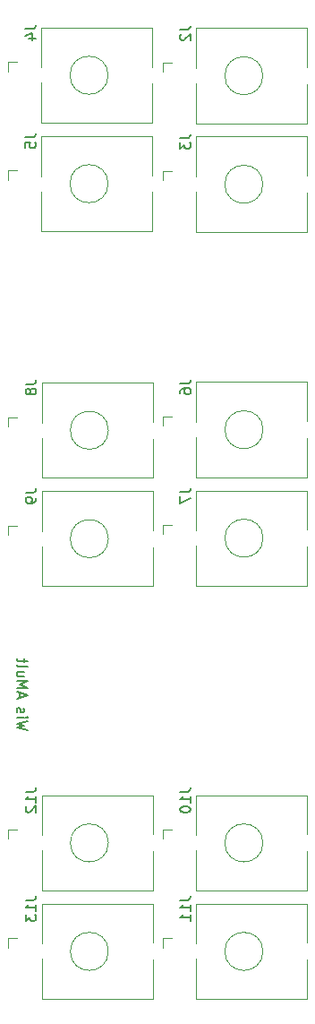
<source format=gbr>
%TF.GenerationSoftware,KiCad,Pcbnew,(7.0.0)*%
%TF.CreationDate,2023-03-06T17:55:23-08:00*%
%TF.ProjectId,my active mult,6d792061-6374-4697-9665-206d756c742e,rev?*%
%TF.SameCoordinates,Original*%
%TF.FileFunction,Legend,Bot*%
%TF.FilePolarity,Positive*%
%FSLAX46Y46*%
G04 Gerber Fmt 4.6, Leading zero omitted, Abs format (unit mm)*
G04 Created by KiCad (PCBNEW (7.0.0)) date 2023-03-06 17:55:23*
%MOMM*%
%LPD*%
G01*
G04 APERTURE LIST*
%ADD10C,0.150000*%
%ADD11C,0.120000*%
%ADD12R,1.830000X1.930000*%
%ADD13C,2.130000*%
G04 APERTURE END LIST*
D10*
X22717619Y-105607142D02*
X21717619Y-105369047D01*
X21717619Y-105369047D02*
X22431904Y-105178571D01*
X22431904Y-105178571D02*
X21717619Y-104988095D01*
X21717619Y-104988095D02*
X22717619Y-104750000D01*
X21717619Y-104369047D02*
X22384285Y-104369047D01*
X22717619Y-104369047D02*
X22670000Y-104416666D01*
X22670000Y-104416666D02*
X22622380Y-104369047D01*
X22622380Y-104369047D02*
X22670000Y-104321428D01*
X22670000Y-104321428D02*
X22717619Y-104369047D01*
X22717619Y-104369047D02*
X22622380Y-104369047D01*
X21765238Y-103940476D02*
X21717619Y-103845238D01*
X21717619Y-103845238D02*
X21717619Y-103654762D01*
X21717619Y-103654762D02*
X21765238Y-103559524D01*
X21765238Y-103559524D02*
X21860476Y-103511905D01*
X21860476Y-103511905D02*
X21908095Y-103511905D01*
X21908095Y-103511905D02*
X22003333Y-103559524D01*
X22003333Y-103559524D02*
X22050952Y-103654762D01*
X22050952Y-103654762D02*
X22050952Y-103797619D01*
X22050952Y-103797619D02*
X22098571Y-103892857D01*
X22098571Y-103892857D02*
X22193809Y-103940476D01*
X22193809Y-103940476D02*
X22241428Y-103940476D01*
X22241428Y-103940476D02*
X22336666Y-103892857D01*
X22336666Y-103892857D02*
X22384285Y-103797619D01*
X22384285Y-103797619D02*
X22384285Y-103654762D01*
X22384285Y-103654762D02*
X22336666Y-103559524D01*
X22003333Y-102530952D02*
X22003333Y-102054762D01*
X21717619Y-102626190D02*
X22717619Y-102292857D01*
X22717619Y-102292857D02*
X21717619Y-101959524D01*
X21717619Y-101626190D02*
X22717619Y-101626190D01*
X22717619Y-101626190D02*
X22003333Y-101292857D01*
X22003333Y-101292857D02*
X22717619Y-100959524D01*
X22717619Y-100959524D02*
X21717619Y-100959524D01*
X22384285Y-100054762D02*
X21717619Y-100054762D01*
X22384285Y-100483333D02*
X21860476Y-100483333D01*
X21860476Y-100483333D02*
X21765238Y-100435714D01*
X21765238Y-100435714D02*
X21717619Y-100340476D01*
X21717619Y-100340476D02*
X21717619Y-100197619D01*
X21717619Y-100197619D02*
X21765238Y-100102381D01*
X21765238Y-100102381D02*
X21812857Y-100054762D01*
X21717619Y-99435714D02*
X21765238Y-99530952D01*
X21765238Y-99530952D02*
X21860476Y-99578571D01*
X21860476Y-99578571D02*
X22717619Y-99578571D01*
X22384285Y-99197618D02*
X22384285Y-98816666D01*
X22717619Y-99054761D02*
X21860476Y-99054761D01*
X21860476Y-99054761D02*
X21765238Y-99007142D01*
X21765238Y-99007142D02*
X21717619Y-98911904D01*
X21717619Y-98911904D02*
X21717619Y-98816666D01*
%TO.C,J3*%
X37167380Y-49636666D02*
X37881666Y-49636666D01*
X37881666Y-49636666D02*
X38024523Y-49589047D01*
X38024523Y-49589047D02*
X38119761Y-49493809D01*
X38119761Y-49493809D02*
X38167380Y-49350952D01*
X38167380Y-49350952D02*
X38167380Y-49255714D01*
X37167380Y-50017619D02*
X37167380Y-50636666D01*
X37167380Y-50636666D02*
X37548333Y-50303333D01*
X37548333Y-50303333D02*
X37548333Y-50446190D01*
X37548333Y-50446190D02*
X37595952Y-50541428D01*
X37595952Y-50541428D02*
X37643571Y-50589047D01*
X37643571Y-50589047D02*
X37738809Y-50636666D01*
X37738809Y-50636666D02*
X37976904Y-50636666D01*
X37976904Y-50636666D02*
X38072142Y-50589047D01*
X38072142Y-50589047D02*
X38119761Y-50541428D01*
X38119761Y-50541428D02*
X38167380Y-50446190D01*
X38167380Y-50446190D02*
X38167380Y-50160476D01*
X38167380Y-50160476D02*
X38119761Y-50065238D01*
X38119761Y-50065238D02*
X38072142Y-50017619D01*
%TO.C,J13*%
X22547380Y-121660476D02*
X23261666Y-121660476D01*
X23261666Y-121660476D02*
X23404523Y-121612857D01*
X23404523Y-121612857D02*
X23499761Y-121517619D01*
X23499761Y-121517619D02*
X23547380Y-121374762D01*
X23547380Y-121374762D02*
X23547380Y-121279524D01*
X23547380Y-122660476D02*
X23547380Y-122089048D01*
X23547380Y-122374762D02*
X22547380Y-122374762D01*
X22547380Y-122374762D02*
X22690238Y-122279524D01*
X22690238Y-122279524D02*
X22785476Y-122184286D01*
X22785476Y-122184286D02*
X22833095Y-122089048D01*
X22547380Y-122993810D02*
X22547380Y-123612857D01*
X22547380Y-123612857D02*
X22928333Y-123279524D01*
X22928333Y-123279524D02*
X22928333Y-123422381D01*
X22928333Y-123422381D02*
X22975952Y-123517619D01*
X22975952Y-123517619D02*
X23023571Y-123565238D01*
X23023571Y-123565238D02*
X23118809Y-123612857D01*
X23118809Y-123612857D02*
X23356904Y-123612857D01*
X23356904Y-123612857D02*
X23452142Y-123565238D01*
X23452142Y-123565238D02*
X23499761Y-123517619D01*
X23499761Y-123517619D02*
X23547380Y-123422381D01*
X23547380Y-123422381D02*
X23547380Y-123136667D01*
X23547380Y-123136667D02*
X23499761Y-123041429D01*
X23499761Y-123041429D02*
X23452142Y-122993810D01*
%TO.C,J12*%
X22547380Y-111410476D02*
X23261666Y-111410476D01*
X23261666Y-111410476D02*
X23404523Y-111362857D01*
X23404523Y-111362857D02*
X23499761Y-111267619D01*
X23499761Y-111267619D02*
X23547380Y-111124762D01*
X23547380Y-111124762D02*
X23547380Y-111029524D01*
X23547380Y-112410476D02*
X23547380Y-111839048D01*
X23547380Y-112124762D02*
X22547380Y-112124762D01*
X22547380Y-112124762D02*
X22690238Y-112029524D01*
X22690238Y-112029524D02*
X22785476Y-111934286D01*
X22785476Y-111934286D02*
X22833095Y-111839048D01*
X22642619Y-112791429D02*
X22595000Y-112839048D01*
X22595000Y-112839048D02*
X22547380Y-112934286D01*
X22547380Y-112934286D02*
X22547380Y-113172381D01*
X22547380Y-113172381D02*
X22595000Y-113267619D01*
X22595000Y-113267619D02*
X22642619Y-113315238D01*
X22642619Y-113315238D02*
X22737857Y-113362857D01*
X22737857Y-113362857D02*
X22833095Y-113362857D01*
X22833095Y-113362857D02*
X22975952Y-113315238D01*
X22975952Y-113315238D02*
X23547380Y-112743810D01*
X23547380Y-112743810D02*
X23547380Y-113362857D01*
%TO.C,J11*%
X37167380Y-121660476D02*
X37881666Y-121660476D01*
X37881666Y-121660476D02*
X38024523Y-121612857D01*
X38024523Y-121612857D02*
X38119761Y-121517619D01*
X38119761Y-121517619D02*
X38167380Y-121374762D01*
X38167380Y-121374762D02*
X38167380Y-121279524D01*
X38167380Y-122660476D02*
X38167380Y-122089048D01*
X38167380Y-122374762D02*
X37167380Y-122374762D01*
X37167380Y-122374762D02*
X37310238Y-122279524D01*
X37310238Y-122279524D02*
X37405476Y-122184286D01*
X37405476Y-122184286D02*
X37453095Y-122089048D01*
X38167380Y-123612857D02*
X38167380Y-123041429D01*
X38167380Y-123327143D02*
X37167380Y-123327143D01*
X37167380Y-123327143D02*
X37310238Y-123231905D01*
X37310238Y-123231905D02*
X37405476Y-123136667D01*
X37405476Y-123136667D02*
X37453095Y-123041429D01*
%TO.C,J10*%
X37167380Y-111410476D02*
X37881666Y-111410476D01*
X37881666Y-111410476D02*
X38024523Y-111362857D01*
X38024523Y-111362857D02*
X38119761Y-111267619D01*
X38119761Y-111267619D02*
X38167380Y-111124762D01*
X38167380Y-111124762D02*
X38167380Y-111029524D01*
X38167380Y-112410476D02*
X38167380Y-111839048D01*
X38167380Y-112124762D02*
X37167380Y-112124762D01*
X37167380Y-112124762D02*
X37310238Y-112029524D01*
X37310238Y-112029524D02*
X37405476Y-111934286D01*
X37405476Y-111934286D02*
X37453095Y-111839048D01*
X37167380Y-113029524D02*
X37167380Y-113124762D01*
X37167380Y-113124762D02*
X37215000Y-113220000D01*
X37215000Y-113220000D02*
X37262619Y-113267619D01*
X37262619Y-113267619D02*
X37357857Y-113315238D01*
X37357857Y-113315238D02*
X37548333Y-113362857D01*
X37548333Y-113362857D02*
X37786428Y-113362857D01*
X37786428Y-113362857D02*
X37976904Y-113315238D01*
X37976904Y-113315238D02*
X38072142Y-113267619D01*
X38072142Y-113267619D02*
X38119761Y-113220000D01*
X38119761Y-113220000D02*
X38167380Y-113124762D01*
X38167380Y-113124762D02*
X38167380Y-113029524D01*
X38167380Y-113029524D02*
X38119761Y-112934286D01*
X38119761Y-112934286D02*
X38072142Y-112886667D01*
X38072142Y-112886667D02*
X37976904Y-112839048D01*
X37976904Y-112839048D02*
X37786428Y-112791429D01*
X37786428Y-112791429D02*
X37548333Y-112791429D01*
X37548333Y-112791429D02*
X37357857Y-112839048D01*
X37357857Y-112839048D02*
X37262619Y-112886667D01*
X37262619Y-112886667D02*
X37215000Y-112934286D01*
X37215000Y-112934286D02*
X37167380Y-113029524D01*
%TO.C,J9*%
X22547380Y-83136666D02*
X23261666Y-83136666D01*
X23261666Y-83136666D02*
X23404523Y-83089047D01*
X23404523Y-83089047D02*
X23499761Y-82993809D01*
X23499761Y-82993809D02*
X23547380Y-82850952D01*
X23547380Y-82850952D02*
X23547380Y-82755714D01*
X23547380Y-83660476D02*
X23547380Y-83850952D01*
X23547380Y-83850952D02*
X23499761Y-83946190D01*
X23499761Y-83946190D02*
X23452142Y-83993809D01*
X23452142Y-83993809D02*
X23309285Y-84089047D01*
X23309285Y-84089047D02*
X23118809Y-84136666D01*
X23118809Y-84136666D02*
X22737857Y-84136666D01*
X22737857Y-84136666D02*
X22642619Y-84089047D01*
X22642619Y-84089047D02*
X22595000Y-84041428D01*
X22595000Y-84041428D02*
X22547380Y-83946190D01*
X22547380Y-83946190D02*
X22547380Y-83755714D01*
X22547380Y-83755714D02*
X22595000Y-83660476D01*
X22595000Y-83660476D02*
X22642619Y-83612857D01*
X22642619Y-83612857D02*
X22737857Y-83565238D01*
X22737857Y-83565238D02*
X22975952Y-83565238D01*
X22975952Y-83565238D02*
X23071190Y-83612857D01*
X23071190Y-83612857D02*
X23118809Y-83660476D01*
X23118809Y-83660476D02*
X23166428Y-83755714D01*
X23166428Y-83755714D02*
X23166428Y-83946190D01*
X23166428Y-83946190D02*
X23118809Y-84041428D01*
X23118809Y-84041428D02*
X23071190Y-84089047D01*
X23071190Y-84089047D02*
X22975952Y-84136666D01*
%TO.C,J8*%
X22547380Y-72886666D02*
X23261666Y-72886666D01*
X23261666Y-72886666D02*
X23404523Y-72839047D01*
X23404523Y-72839047D02*
X23499761Y-72743809D01*
X23499761Y-72743809D02*
X23547380Y-72600952D01*
X23547380Y-72600952D02*
X23547380Y-72505714D01*
X22975952Y-73505714D02*
X22928333Y-73410476D01*
X22928333Y-73410476D02*
X22880714Y-73362857D01*
X22880714Y-73362857D02*
X22785476Y-73315238D01*
X22785476Y-73315238D02*
X22737857Y-73315238D01*
X22737857Y-73315238D02*
X22642619Y-73362857D01*
X22642619Y-73362857D02*
X22595000Y-73410476D01*
X22595000Y-73410476D02*
X22547380Y-73505714D01*
X22547380Y-73505714D02*
X22547380Y-73696190D01*
X22547380Y-73696190D02*
X22595000Y-73791428D01*
X22595000Y-73791428D02*
X22642619Y-73839047D01*
X22642619Y-73839047D02*
X22737857Y-73886666D01*
X22737857Y-73886666D02*
X22785476Y-73886666D01*
X22785476Y-73886666D02*
X22880714Y-73839047D01*
X22880714Y-73839047D02*
X22928333Y-73791428D01*
X22928333Y-73791428D02*
X22975952Y-73696190D01*
X22975952Y-73696190D02*
X22975952Y-73505714D01*
X22975952Y-73505714D02*
X23023571Y-73410476D01*
X23023571Y-73410476D02*
X23071190Y-73362857D01*
X23071190Y-73362857D02*
X23166428Y-73315238D01*
X23166428Y-73315238D02*
X23356904Y-73315238D01*
X23356904Y-73315238D02*
X23452142Y-73362857D01*
X23452142Y-73362857D02*
X23499761Y-73410476D01*
X23499761Y-73410476D02*
X23547380Y-73505714D01*
X23547380Y-73505714D02*
X23547380Y-73696190D01*
X23547380Y-73696190D02*
X23499761Y-73791428D01*
X23499761Y-73791428D02*
X23452142Y-73839047D01*
X23452142Y-73839047D02*
X23356904Y-73886666D01*
X23356904Y-73886666D02*
X23166428Y-73886666D01*
X23166428Y-73886666D02*
X23071190Y-73839047D01*
X23071190Y-73839047D02*
X23023571Y-73791428D01*
X23023571Y-73791428D02*
X22975952Y-73696190D01*
%TO.C,J7*%
X37177380Y-83086666D02*
X37891666Y-83086666D01*
X37891666Y-83086666D02*
X38034523Y-83039047D01*
X38034523Y-83039047D02*
X38129761Y-82943809D01*
X38129761Y-82943809D02*
X38177380Y-82800952D01*
X38177380Y-82800952D02*
X38177380Y-82705714D01*
X37177380Y-83467619D02*
X37177380Y-84134285D01*
X37177380Y-84134285D02*
X38177380Y-83705714D01*
%TO.C,J6*%
X37177380Y-72836666D02*
X37891666Y-72836666D01*
X37891666Y-72836666D02*
X38034523Y-72789047D01*
X38034523Y-72789047D02*
X38129761Y-72693809D01*
X38129761Y-72693809D02*
X38177380Y-72550952D01*
X38177380Y-72550952D02*
X38177380Y-72455714D01*
X37177380Y-73741428D02*
X37177380Y-73550952D01*
X37177380Y-73550952D02*
X37225000Y-73455714D01*
X37225000Y-73455714D02*
X37272619Y-73408095D01*
X37272619Y-73408095D02*
X37415476Y-73312857D01*
X37415476Y-73312857D02*
X37605952Y-73265238D01*
X37605952Y-73265238D02*
X37986904Y-73265238D01*
X37986904Y-73265238D02*
X38082142Y-73312857D01*
X38082142Y-73312857D02*
X38129761Y-73360476D01*
X38129761Y-73360476D02*
X38177380Y-73455714D01*
X38177380Y-73455714D02*
X38177380Y-73646190D01*
X38177380Y-73646190D02*
X38129761Y-73741428D01*
X38129761Y-73741428D02*
X38082142Y-73789047D01*
X38082142Y-73789047D02*
X37986904Y-73836666D01*
X37986904Y-73836666D02*
X37748809Y-73836666D01*
X37748809Y-73836666D02*
X37653571Y-73789047D01*
X37653571Y-73789047D02*
X37605952Y-73741428D01*
X37605952Y-73741428D02*
X37558333Y-73646190D01*
X37558333Y-73646190D02*
X37558333Y-73455714D01*
X37558333Y-73455714D02*
X37605952Y-73360476D01*
X37605952Y-73360476D02*
X37653571Y-73312857D01*
X37653571Y-73312857D02*
X37748809Y-73265238D01*
%TO.C,J5*%
X22517380Y-49586666D02*
X23231666Y-49586666D01*
X23231666Y-49586666D02*
X23374523Y-49539047D01*
X23374523Y-49539047D02*
X23469761Y-49443809D01*
X23469761Y-49443809D02*
X23517380Y-49300952D01*
X23517380Y-49300952D02*
X23517380Y-49205714D01*
X22517380Y-50539047D02*
X22517380Y-50062857D01*
X22517380Y-50062857D02*
X22993571Y-50015238D01*
X22993571Y-50015238D02*
X22945952Y-50062857D01*
X22945952Y-50062857D02*
X22898333Y-50158095D01*
X22898333Y-50158095D02*
X22898333Y-50396190D01*
X22898333Y-50396190D02*
X22945952Y-50491428D01*
X22945952Y-50491428D02*
X22993571Y-50539047D01*
X22993571Y-50539047D02*
X23088809Y-50586666D01*
X23088809Y-50586666D02*
X23326904Y-50586666D01*
X23326904Y-50586666D02*
X23422142Y-50539047D01*
X23422142Y-50539047D02*
X23469761Y-50491428D01*
X23469761Y-50491428D02*
X23517380Y-50396190D01*
X23517380Y-50396190D02*
X23517380Y-50158095D01*
X23517380Y-50158095D02*
X23469761Y-50062857D01*
X23469761Y-50062857D02*
X23422142Y-50015238D01*
%TO.C,J4*%
X22517380Y-39336666D02*
X23231666Y-39336666D01*
X23231666Y-39336666D02*
X23374523Y-39289047D01*
X23374523Y-39289047D02*
X23469761Y-39193809D01*
X23469761Y-39193809D02*
X23517380Y-39050952D01*
X23517380Y-39050952D02*
X23517380Y-38955714D01*
X22850714Y-40241428D02*
X23517380Y-40241428D01*
X22469761Y-40003333D02*
X23184047Y-39765238D01*
X23184047Y-39765238D02*
X23184047Y-40384285D01*
%TO.C,J2*%
X37167380Y-39386666D02*
X37881666Y-39386666D01*
X37881666Y-39386666D02*
X38024523Y-39339047D01*
X38024523Y-39339047D02*
X38119761Y-39243809D01*
X38119761Y-39243809D02*
X38167380Y-39100952D01*
X38167380Y-39100952D02*
X38167380Y-39005714D01*
X37262619Y-39815238D02*
X37215000Y-39862857D01*
X37215000Y-39862857D02*
X37167380Y-39958095D01*
X37167380Y-39958095D02*
X37167380Y-40196190D01*
X37167380Y-40196190D02*
X37215000Y-40291428D01*
X37215000Y-40291428D02*
X37262619Y-40339047D01*
X37262619Y-40339047D02*
X37357857Y-40386666D01*
X37357857Y-40386666D02*
X37453095Y-40386666D01*
X37453095Y-40386666D02*
X37595952Y-40339047D01*
X37595952Y-40339047D02*
X38167380Y-39767619D01*
X38167380Y-39767619D02*
X38167380Y-40386666D01*
D11*
%TO.C,J3*%
X38700000Y-49500000D02*
X49200000Y-49500000D01*
X38700000Y-53280000D02*
X38700000Y-49500000D01*
X49200000Y-58500000D02*
X49200000Y-54800000D01*
X38700000Y-58500000D02*
X38700000Y-54720000D01*
X38700000Y-58500000D02*
X49200000Y-58500000D01*
X35550000Y-52770000D02*
X36350000Y-52770000D01*
X35550000Y-52770000D02*
X35550000Y-53630000D01*
X49200000Y-53200000D02*
X49200000Y-49500000D01*
X45000000Y-54000000D02*
G75*
G03*
X45000000Y-54000000I-1800000J0D01*
G01*
%TO.C,J13*%
X30380000Y-126500000D02*
G75*
G03*
X30380000Y-126500000I-1800000J0D01*
G01*
X34580000Y-125700000D02*
X34580000Y-122000000D01*
X20930000Y-125270000D02*
X20930000Y-126130000D01*
X20930000Y-125270000D02*
X21730000Y-125270000D01*
X24080000Y-131000000D02*
X34580000Y-131000000D01*
X24080000Y-131000000D02*
X24080000Y-127220000D01*
X34580000Y-131000000D02*
X34580000Y-127300000D01*
X24080000Y-125780000D02*
X24080000Y-122000000D01*
X24080000Y-122000000D02*
X34580000Y-122000000D01*
%TO.C,J12*%
X30380000Y-116250000D02*
G75*
G03*
X30380000Y-116250000I-1800000J0D01*
G01*
X34580000Y-115450000D02*
X34580000Y-111750000D01*
X20930000Y-115020000D02*
X20930000Y-115880000D01*
X20930000Y-115020000D02*
X21730000Y-115020000D01*
X24080000Y-120750000D02*
X34580000Y-120750000D01*
X24080000Y-120750000D02*
X24080000Y-116970000D01*
X34580000Y-120750000D02*
X34580000Y-117050000D01*
X24080000Y-115530000D02*
X24080000Y-111750000D01*
X24080000Y-111750000D02*
X34580000Y-111750000D01*
%TO.C,J11*%
X45000000Y-126500000D02*
G75*
G03*
X45000000Y-126500000I-1800000J0D01*
G01*
X49200000Y-125700000D02*
X49200000Y-122000000D01*
X35550000Y-125270000D02*
X35550000Y-126130000D01*
X35550000Y-125270000D02*
X36350000Y-125270000D01*
X38700000Y-131000000D02*
X49200000Y-131000000D01*
X38700000Y-131000000D02*
X38700000Y-127220000D01*
X49200000Y-131000000D02*
X49200000Y-127300000D01*
X38700000Y-125780000D02*
X38700000Y-122000000D01*
X38700000Y-122000000D02*
X49200000Y-122000000D01*
%TO.C,J10*%
X45000000Y-116250000D02*
G75*
G03*
X45000000Y-116250000I-1800000J0D01*
G01*
X49200000Y-115450000D02*
X49200000Y-111750000D01*
X35550000Y-115020000D02*
X35550000Y-115880000D01*
X35550000Y-115020000D02*
X36350000Y-115020000D01*
X38700000Y-120750000D02*
X49200000Y-120750000D01*
X38700000Y-120750000D02*
X38700000Y-116970000D01*
X49200000Y-120750000D02*
X49200000Y-117050000D01*
X38700000Y-115530000D02*
X38700000Y-111750000D01*
X38700000Y-111750000D02*
X49200000Y-111750000D01*
%TO.C,J9*%
X30380000Y-87500000D02*
G75*
G03*
X30380000Y-87500000I-1800000J0D01*
G01*
X34580000Y-86700000D02*
X34580000Y-83000000D01*
X20930000Y-86270000D02*
X20930000Y-87130000D01*
X20930000Y-86270000D02*
X21730000Y-86270000D01*
X24080000Y-92000000D02*
X34580000Y-92000000D01*
X24080000Y-92000000D02*
X24080000Y-88220000D01*
X34580000Y-92000000D02*
X34580000Y-88300000D01*
X24080000Y-86780000D02*
X24080000Y-83000000D01*
X24080000Y-83000000D02*
X34580000Y-83000000D01*
%TO.C,J8*%
X30380000Y-77250000D02*
G75*
G03*
X30380000Y-77250000I-1800000J0D01*
G01*
X34580000Y-76450000D02*
X34580000Y-72750000D01*
X20930000Y-76020000D02*
X20930000Y-76880000D01*
X20930000Y-76020000D02*
X21730000Y-76020000D01*
X24080000Y-81750000D02*
X34580000Y-81750000D01*
X24080000Y-81750000D02*
X24080000Y-77970000D01*
X34580000Y-81750000D02*
X34580000Y-78050000D01*
X24080000Y-76530000D02*
X24080000Y-72750000D01*
X24080000Y-72750000D02*
X34580000Y-72750000D01*
%TO.C,J7*%
X45010000Y-87450000D02*
G75*
G03*
X45010000Y-87450000I-1800000J0D01*
G01*
X49210000Y-86650000D02*
X49210000Y-82950000D01*
X35560000Y-86220000D02*
X35560000Y-87080000D01*
X35560000Y-86220000D02*
X36360000Y-86220000D01*
X38710000Y-91950000D02*
X49210000Y-91950000D01*
X38710000Y-91950000D02*
X38710000Y-88170000D01*
X49210000Y-91950000D02*
X49210000Y-88250000D01*
X38710000Y-86730000D02*
X38710000Y-82950000D01*
X38710000Y-82950000D02*
X49210000Y-82950000D01*
%TO.C,J6*%
X45010000Y-77200000D02*
G75*
G03*
X45010000Y-77200000I-1800000J0D01*
G01*
X49210000Y-76400000D02*
X49210000Y-72700000D01*
X35560000Y-75970000D02*
X35560000Y-76830000D01*
X35560000Y-75970000D02*
X36360000Y-75970000D01*
X38710000Y-81700000D02*
X49210000Y-81700000D01*
X38710000Y-81700000D02*
X38710000Y-77920000D01*
X49210000Y-81700000D02*
X49210000Y-78000000D01*
X38710000Y-76480000D02*
X38710000Y-72700000D01*
X38710000Y-72700000D02*
X49210000Y-72700000D01*
%TO.C,J5*%
X30350000Y-53950000D02*
G75*
G03*
X30350000Y-53950000I-1800000J0D01*
G01*
X34550000Y-53150000D02*
X34550000Y-49450000D01*
X20900000Y-52720000D02*
X20900000Y-53580000D01*
X20900000Y-52720000D02*
X21700000Y-52720000D01*
X24050000Y-58450000D02*
X34550000Y-58450000D01*
X24050000Y-58450000D02*
X24050000Y-54670000D01*
X34550000Y-58450000D02*
X34550000Y-54750000D01*
X24050000Y-53230000D02*
X24050000Y-49450000D01*
X24050000Y-49450000D02*
X34550000Y-49450000D01*
%TO.C,J4*%
X30350000Y-43700000D02*
G75*
G03*
X30350000Y-43700000I-1800000J0D01*
G01*
X34550000Y-42900000D02*
X34550000Y-39200000D01*
X20900000Y-42470000D02*
X20900000Y-43330000D01*
X20900000Y-42470000D02*
X21700000Y-42470000D01*
X24050000Y-48200000D02*
X34550000Y-48200000D01*
X24050000Y-48200000D02*
X24050000Y-44420000D01*
X34550000Y-48200000D02*
X34550000Y-44500000D01*
X24050000Y-42980000D02*
X24050000Y-39200000D01*
X24050000Y-39200000D02*
X34550000Y-39200000D01*
%TO.C,J2*%
X45000000Y-43750000D02*
G75*
G03*
X45000000Y-43750000I-1800000J0D01*
G01*
X49200000Y-42950000D02*
X49200000Y-39250000D01*
X35550000Y-42520000D02*
X35550000Y-43380000D01*
X35550000Y-42520000D02*
X36350000Y-42520000D01*
X38700000Y-48250000D02*
X49200000Y-48250000D01*
X38700000Y-48250000D02*
X38700000Y-44470000D01*
X49200000Y-48250000D02*
X49200000Y-44550000D01*
X38700000Y-43030000D02*
X38700000Y-39250000D01*
X38700000Y-39250000D02*
X49200000Y-39250000D01*
%TD*%
%LPC*%
D12*
%TO.C,J3*%
X36719999Y-53999999D03*
D13*
X48120000Y-54000000D03*
X39820000Y-54000000D03*
%TD*%
%TO.C,J13*%
X25200000Y-126500000D03*
X33500000Y-126500000D03*
D12*
X22099999Y-126499999D03*
%TD*%
D13*
%TO.C,J12*%
X25200000Y-116250000D03*
X33500000Y-116250000D03*
D12*
X22099999Y-116249999D03*
%TD*%
D13*
%TO.C,J11*%
X39820000Y-126500000D03*
X48120000Y-126500000D03*
D12*
X36719999Y-126499999D03*
%TD*%
D13*
%TO.C,J10*%
X39820000Y-116250000D03*
X48120000Y-116250000D03*
D12*
X36719999Y-116249999D03*
%TD*%
D13*
%TO.C,J9*%
X25200000Y-87500000D03*
X33500000Y-87500000D03*
D12*
X22099999Y-87499999D03*
%TD*%
D13*
%TO.C,J8*%
X25200000Y-77250000D03*
X33500000Y-77250000D03*
D12*
X22099999Y-77249999D03*
%TD*%
D13*
%TO.C,J7*%
X39830000Y-87450000D03*
X48130000Y-87450000D03*
D12*
X36729999Y-87449999D03*
%TD*%
D13*
%TO.C,J6*%
X39830000Y-77200000D03*
X48130000Y-77200000D03*
D12*
X36729999Y-77199999D03*
%TD*%
D13*
%TO.C,J5*%
X25170000Y-53950000D03*
X33470000Y-53950000D03*
D12*
X22069999Y-53949999D03*
%TD*%
D13*
%TO.C,J4*%
X25170000Y-43700000D03*
X33470000Y-43700000D03*
D12*
X22069999Y-43699999D03*
%TD*%
D13*
%TO.C,J2*%
X39820000Y-43750000D03*
X48120000Y-43750000D03*
D12*
X36719999Y-43749999D03*
%TD*%
M02*

</source>
